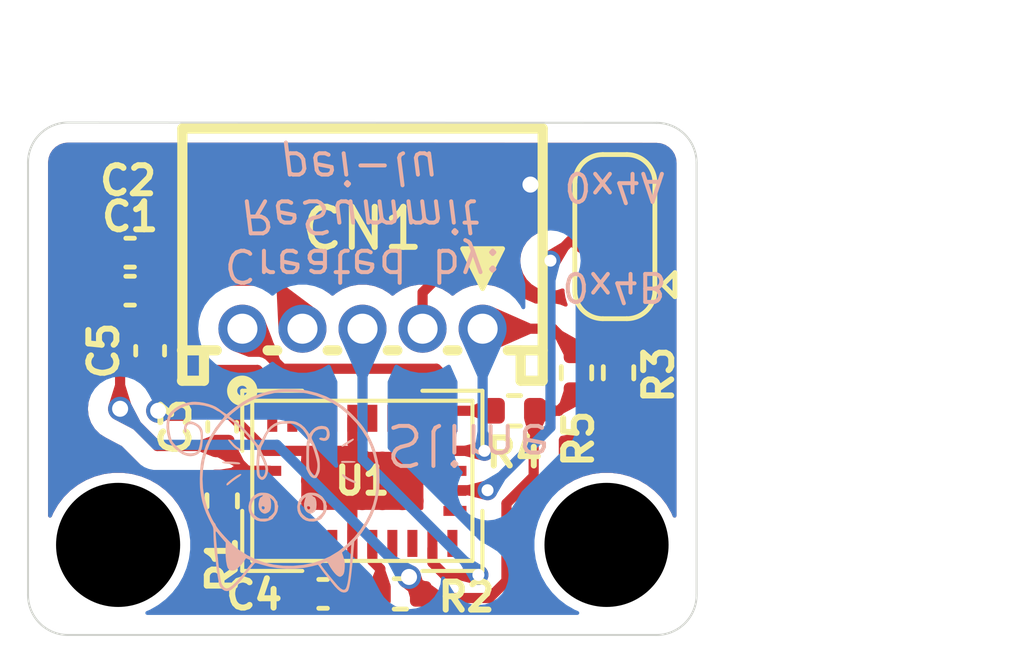
<source format=kicad_pcb>
(kicad_pcb (version 20240108) (generator "pcbnew") (generator_version "8.0")
  (layers (0 "F.Cu" signal) (31 "B.Cu" signal) (34 "B.Paste" user) (35 "F.Paste" user) (36 "B.SilkS" user "B.Silkscreen") (37 "F.SilkS" user "F.Silkscreen") (38 "B.Mask" user) (39 "F.Mask" user) (44 "Edge.Cuts" user))
  (net 0 "")
  (net 1 "GND")
  (net 2 "BNO_SCL")
  (net 3 "BNO_SDA")
  (net 4 "+3.3V")
  (net 5 "BNO_INT2")
  (net 6 "Net-(JP1-A)")
  (net 7 "Net-(JP1-C)")
  (net 8 "Net-(U1-CAP)")
  (net 9 "Net-(U1-VDDIO)")
  (net 10 "Net-(U1-BOOTN)")
  (net 11 "Net-(U1-NRST)")
  (footprint "Capacitor_SMD:C_0402_1005Metric" (layer "F.Cu") (at 105.5 96.95 90)
    (property "Reference" "C3" (at 0 -1.16 270) (layer "F.SilkS") (effects (font (size 0.7 0.7))))
    (property "Value" "0.1uF")
    (pad "1" smd roundrect (at -0.48 0 90) (size 0.56 0.62) (layers "F.Cu" "F.Paste" "F.Mask") (net 4 "+3.3V"))
    (pad "2" smd roundrect (at 0.48 0 90) (size 0.56 0.62) (layers "F.Cu" "F.Paste" "F.Mask") (net 1 "GND"))
  )
  (footprint "Capacitor_SMD:C_0402_1005Metric" (layer "F.Cu") (at 103.2 92.6)
    (property "Reference" "C2" (at -0.05 -1.8 0) (layer "F.SilkS") (effects (font (size 0.7 0.7))))
    (property "Value" "0.1uF")
    (pad "1" smd roundrect (at -0.48 0) (size 0.56 0.62) (layers "F.Cu" "F.Paste" "F.Mask") (net 1 "GND"))
    (pad "2" smd roundrect (at 0.48 0) (size 0.56 0.62) (layers "F.Cu" "F.Paste" "F.Mask") (net 4 "+3.3V"))
  )
  (footprint "Capacitor_SMD:C_0402_1005Metric" (layer "F.Cu") (at 103.7 95.05 90)
    (property "Reference" "C5" (at 0 -1.16 270) (layer "F.SilkS") (effects (font (size 0.7 0.7))))
    (property "Value" "0.1uF")
    (pad "1" smd roundrect (at -0.48 0 90) (size 0.56 0.62) (layers "F.Cu" "F.Paste" "F.Mask") (net 9 "Net-(U1-VDDIO)"))
    (pad "2" smd roundrect (at 0.48 0 90) (size 0.56 0.62) (layers "F.Cu" "F.Paste" "F.Mask") (net 4 "+3.3V"))
  )
  (footprint "Resistor_SMD:R_0402_1005Metric" (layer "F.Cu") (at 109.95 101.12314 180)
    (property "Reference" "R2" (at -1.65 -0.07686 180) (layer "F.SilkS") (effects (font (size 0.7 0.7))))
    (property "Value" "10k")
    (pad "1" smd roundrect (at -0.51 0 180) (size 0.54 0.64) (layers "F.Cu" "F.Paste" "F.Mask") (net 4 "+3.3V"))
    (pad "2" smd roundrect (at 0.51 0 180) (size 0.54 0.64) (layers "F.Cu" "F.Paste" "F.Mask") (net 11 "Net-(U1-NRST)"))
  )
  (footprint "PCM_kikit:NPTH" (layer "F.Cu") (at 115.1 99.9)
    (property "Reference" "REF**" (hide yes))
    (property "Value" "NPTH" (hide yes))
    (pad "" np_thru_hole circle (at 0 0) (size 3.1 3.1) (drill 3.1) (layers "*.Mask"))
  )
  (footprint "Capacitor_SMD:C_0402_1005Metric" (layer "F.Cu") (at 108.02 101.12314 180)
    (property "Reference" "C4" (at 1.72 -0.02686 180) (layer "F.SilkS") (effects (font (size 0.7 0.7))))
    (property "Value" "0.1uF")
    (pad "1" smd roundrect (at -0.48 0 180) (size 0.56 0.62) (layers "F.Cu" "F.Paste" "F.Mask") (net 1 "GND"))
    (pad "2" smd roundrect (at 0.48 0 180) (size 0.56 0.62) (layers "F.Cu" "F.Paste" "F.Mask") (net 8 "Net-(U1-CAP)"))
  )
  (footprint "Jumper:SolderJumper-3_P1.3mm_Open_RoundedPad1.0x1.5mm" (layer "F.Cu") (at 115.3075 92.2 90)
    (property "Reference" "JP1" (hide yes))
    (property "Value" "Jumper_3_Open")
    (pad "1" smd custom (at -1.3 0 90) (size 1 0.5) (layers "F.Cu" "F.Mask") (net 6 "Net-(JP1-A)") (options (clearance outline) (anchor rect)) (primitives (gr_circle (center 0 0.25) (end 0.5 0.25) (width 0) (fill yes)) (gr_circle (center 0 -0.25) (end 0.5 -0.25) (width 0) (fill yes)) (gr_poly (pts (xy 0.55 0.75) (xy 0 0.75) (xy 0 -0.75) (xy 0.55 -0.75)) (width 0) (fill yes))))
    (pad "2" smd rect (at 0 0 90) (size 1 1.5) (layers "F.Cu" "F.Mask") (net 7 "Net-(JP1-C)"))
    (pad "3" smd custom (at 1.3 0 90) (size 1 0.5) (layers "F.Cu" "F.Mask") (net 1 "GND") (options (clearance outline) (anchor rect)) (primitives (gr_circle (center 0 0.25) (end 0.5 0.25) (width 0) (fill yes)) (gr_circle (center 0 -0.25) (end 0.5 -0.25) (width 0) (fill yes)) (gr_poly (pts (xy 0 0.75) (xy -0.55 0.75) (xy -0.55 -0.75) (xy 0 -0.75)) (width 0) (fill yes))))
  )
  (footprint "Resistor_SMD:R_0402_1005Metric" (layer "F.Cu") (at 114.35 95.6 -90)
    (property "Reference" "R5" (at 1.65 -0.05 90) (layer "F.SilkS") (effects (font (size 0.7 0.7))))
    (property "Value" "2.2k")
    (pad "1" smd roundrect (at -0.51 0 270) (size 0.54 0.64) (layers "F.Cu" "F.Paste" "F.Mask") (net 2 "BNO_SCL"))
    (pad "2" smd roundrect (at 0.51 0 270) (size 0.54 0.64) (layers "F.Cu" "F.Paste" "F.Mask") (net 4 "+3.3V"))
  )
  (footprint "Resistor_SMD:R_0402_1005Metric" (layer "F.Cu") (at 115.4 95.6 90)
    (property "Reference" "R3" (at -0.05 1 270) (layer "F.SilkS") (effects (font (size 0.7 0.7))))
    (property "Value" "10k")
    (pad "1" smd roundrect (at -0.51 0 90) (size 0.54 0.64) (layers "F.Cu" "F.Paste" "F.Mask") (net 4 "+3.3V"))
    (pad "2" smd roundrect (at 0.51 0 90) (size 0.54 0.64) (layers "F.Cu" "F.Paste" "F.Mask") (net 6 "Net-(JP1-A)"))
  )
  (footprint "uSlime-libs:CONN-TH_5P-P1.50_X1502WR-05K-N0SN" (layer "F.Cu") (at 109.005 94.5 180)
    (property "Reference" "CN1" (at 0.005 2.5 180) (layer "F.SilkS"))
    (property "Value" "X1502WR-05K-N0SN")
    (pad "1" thru_hole circle (at -3 0 180) (size 1.2 1.2) (drill 0.75) (layers "*.Cu" "*.Mask") (net 2 "BNO_SCL"))
    (pad "2" thru_hole circle (at -1.5 0 180) (size 1.2 1.2) (drill 0.75) (layers "*.Cu" "*.Mask") (net 1 "GND"))
    (pad "3" thru_hole circle (at 0 0 180) (size 1.2 1.2) (drill 0.75) (layers "*.Cu" "*.Mask") (net 5 "BNO_INT2"))
    (pad "4" thru_hole circle (at 1.5 0 180) (size 1.2 1.2) (drill 0.75) (layers "*.Cu" "*.Mask") (net 4 "+3.3V"))
    (pad "5" thru_hole circle (at 3 0 180) (size 1.2 1.2) (drill 0.75) (layers "*.Cu" "*.Mask") (net 3 "BNO_SDA"))
  )
  (footprint "Capacitor_SMD:C_0402_1005Metric" (layer "F.Cu") (at 103.2 93.55)
    (property "Reference" "C1" (at 0 -1.85 0) (layer "F.SilkS") (effects (font (size 0.7 0.7))))
    (property "Value" "0.1uF")
    (pad "1" smd roundrect (at -0.48 0) (size 0.56 0.62) (layers "F.Cu" "F.Paste" "F.Mask") (net 1 "GND"))
    (pad "2" smd roundrect (at 0.48 0) (size 0.56 0.62) (layers "F.Cu" "F.Paste" "F.Mask") (net 4 "+3.3V"))
  )
  (footprint "uSlime-libs:BNO080" (layer "F.Cu") (at 109.00068 98.29999)
    (property "Reference" "U1" (at 0 0 0) (layer "F.SilkS") (effects (font (size 0.65938 0.65938) (thickness 0.1524))))
    (property "Value" "BNO085" (hide yes))
    (pad "1" smd rect (at -2.25004 -1.56243) (size 0.25001 0.67501) (layers "F.Cu" "F.Paste" "F.Mask"))
    (pad "2" smd rect (at -2.31354 -0.74963 270) (size 0.25001 0.57501) (layers "F.Cu" "F.Paste" "F.Mask") (net 1 "GND"))
    (pad "3" smd rect (at -2.31354 -0.24925 270) (size 0.25001 0.57501) (layers "F.Cu" "F.Paste" "F.Mask") (net 4 "+3.3V"))
    (pad "4" smd rect (at -2.31354 0.24986 270) (size 0.25001 0.57501) (layers "F.Cu" "F.Paste" "F.Mask") (net 10 "Net-(U1-BOOTN)"))
    (pad "5" smd rect (at -2.31354 0.75024 270) (size 0.25001 0.57501) (layers "F.Cu" "F.Paste" "F.Mask"))
    (pad "6" smd rect (at -2.25004 1.56304 180) (size 0.25001 0.67501) (layers "F.Cu" "F.Paste" "F.Mask"))
    (pad "7" smd rect (at -1.74966 1.56304 180) (size 0.25001 0.67501) (layers "F.Cu" "F.Paste" "F.Mask"))
    (pad "8" smd rect (at -1.24928 1.56304 180) (size 0.25001 0.67501) (layers "F.Cu" "F.Paste" "F.Mask"))
    (pad "9" smd rect (at -0.75017 1.56304 180) (size 0.25001 0.67501) (layers "F.Cu" "F.Paste" "F.Mask") (net 8 "Net-(U1-CAP)"))
    (pad "10" smd rect (at -0.24979 1.56304 180) (size 0.25001 0.67501) (layers "F.Cu" "F.Paste" "F.Mask") (net 1 "GND"))
    (pad "11" smd rect (at 0.24932 1.56304 180) (size 0.25001 0.67501) (layers "F.Cu" "F.Paste" "F.Mask") (net 11 "Net-(U1-NRST)"))
    (pad "12" smd rect (at 0.7497 1.56304 180) (size 0.25001 0.67501) (layers "F.Cu" "F.Paste" "F.Mask"))
    (pad "13" smd rect (at 1.25008 1.56304 180) (size 0.25001 0.67501) (layers "F.Cu" "F.Paste" "F.Mask"))
    (pad "14" smd rect (at 1.75046 1.56304 180) (size 0.25001 0.67501) (layers "F.Cu" "F.Paste" "F.Mask") (net 5 "BNO_INT2"))
    (pad "15" smd rect (at 2.24957 1.56304 180) (size 0.25001 0.67501) (layers "F.Cu" "F.Paste" "F.Mask"))
    (pad "16" smd rect (at 2.31307 0.75024 90) (size 0.25001 0.57501) (layers "F.Cu" "F.Paste" "F.Mask"))
    (pad "17" smd rect (at 2.31307 0.24986 90) (size 0.25001 0.57501) (layers "F.Cu" "F.Paste" "F.Mask") (net 7 "Net-(JP1-C)"))
    (pad "18" smd rect (at 2.31307 -0.24925 270) (size 0.25001 0.57501) (layers "F.Cu" "F.Paste" "F.Mask") (net 1 "GND"))
    (pad "19" smd rect (at 2.31307 -0.74963 90) (size 0.25001 0.57501) (layers "F.Cu" "F.Paste" "F.Mask") (net 2 "BNO_SCL"))
    (pad "20" smd rect (at 2.24957 -1.56243) (size 0.25001 0.67501) (layers "F.Cu" "F.Paste" "F.Mask") (net 3 "BNO_SDA"))
    (pad "21" smd rect (at 1.75046 -1.56243) (size 0.25001 0.67501) (layers "F.Cu" "F.Paste" "F.Mask"))
    (pad "22" smd rect (at 1.25008 -1.56243) (size 0.25001 0.67501) (layers "F.Cu" "F.Paste" "F.Mask"))
    (pad "23" smd rect (at 0.7497 -1.56243) (size 0.25001 0.67501) (layers "F.Cu" "F.Paste" "F.Mask"))
    (pad "24" smd rect (at 0.24932 -1.56243) (size 0.25001 0.67501) (layers "F.Cu" "F.Paste" "F.Mask"))
    (pad "25" smd rect (at -0.24979 -1.56243) (size 0.25001 0.67501) (layers "F.Cu" "F.Paste" "F.Mask") (net 1 "GND"))
    (pad "26" smd rect (at -0.75017 -1.56243) (size 0.25001 0.67501) (layers "F.Cu" "F.Paste" "F.Mask"))
    (pad "27" smd rect (at -1.24928 -1.56243) (size 0.25001 0.67501) (layers "F.Cu" "F.Paste" "F.Mask"))
    (pad "28" smd rect (at -1.74966 -1.56243) (size 0.25001 0.67501) (layers "F.Cu" "F.Paste" "F.Mask") (net 9 "Net-(U1-VDDIO)"))
  )
  (footprint "Resistor_SMD:R_0402_1005Metric" (layer "F.Cu") (at 112.8 96.55)
    (property "Reference" "R4" (at 0 1.05 0) (layer "F.SilkS") (effects (font (size 0.7 0.7))))
    (property "Value" "2.2k")
    (pad "1" smd roundrect (at -0.51 0) (size 0.54 0.64) (layers "F.Cu" "F.Paste" "F.Mask") (net 3 "BNO_SDA"))
    (pad "2" smd roundrect (at 0.51 0) (size 0.54 0.64) (layers "F.Cu" "F.Paste" "F.Mask") (net 4 "+3.3V"))
  )
  (footprint "Resistor_SMD:R_0402_1005Metric" (layer "F.Cu") (at 105.5 98.8 -90)
    (property "Reference" "R1" (at 1.6 0 90) (layer "F.SilkS") (effects (font (size 0.7 0.7))))
    (property "Value" "10k")
    (pad "1" smd roundrect (at -0.51 0 270) (size 0.54 0.64) (layers "F.Cu" "F.Paste" "F.Mask") (net 4 "+3.3V"))
    (pad "2" smd roundrect (at 0.51 0 270) (size 0.54 0.64) (layers "F.Cu" "F.Paste" "F.Mask") (net 10 "Net-(U1-BOOTN)"))
  )
  (footprint "PCM_kikit:NPTH" (layer "F.Cu") (at 102.9 99.9)
    (property "Reference" "REF**" (hide yes))
    (property "Value" "NPTH" (hide yes))
    (pad "" np_thru_hole circle (at 0 0) (size 3.1 3.1) (drill 3.1) (layers "*.Mask"))
  )
  (footprint "uSlime-libs:uSlime_logo" (layer "B.Cu") (at 107.154758 98.414475)
    (property "Reference" "G***" (hide yes))
    (property "Value" "LOGO" (hide yes))
  )
  (gr_line (start 116.349993 89.357107) (end 101.65 89.35) (stroke (width 0.05)) (layer "Edge.Cuts"))
  (gr_line (start 101.65 102.15) (end 116.35 102.15) (stroke (width 0.05)) (layer "Edge.Cuts"))
  (gr_line (start 117.35 101.15) (end 117.349993 90.357107) (stroke (width 0.05)) (layer "Edge.Cuts"))
  (gr_arc (start 100.65 90.35) (mid 100.942893 89.642893) (end 101.65 89.35) (stroke (width 0.05)) (layer "Edge.Cuts"))
  (gr_line (start 100.65 90.35) (end 100.65 101.15) (stroke (width 0.05)) (layer "Edge.Cuts"))
  (gr_arc (start 101.65 102.15) (mid 100.942893 101.857107) (end 100.65 101.15) (stroke (width 0.05)) (layer "Edge.Cuts"))
  (gr_arc (start 116.349993 89.357107) (mid 117.057102 89.649998) (end 117.349993 90.357107) (stroke (width 0.05)) (layer "Edge.Cuts"))
  (gr_arc (start 117.35 101.15) (mid 117.057107 101.857107) (end 116.35 102.15) (stroke (width 0.05)) (layer "Edge.Cuts"))
  (gr_text "0x4A" (at 115.3 90.95 180) (layer "B.SilkS") (effects (font (size 0.7 0.7) (thickness 0.1)) (justify mirror)))
  (gr_text "0x4B" (at 115.3 93.45 180) (layer "B.SilkS") (effects (font (size 0.7 0.7) (thickness 0.1)) (justify mirror)))
  (gr_text "pei-lu" (at 108.900001 90.949999 180) (layer "B.SilkS") (effects (font (size 0.8 0.8) (thickness 0.1) (italic yes)) (justify top mirror)))
  (gr_text "Slime" (at 109.519373 96.799999 180) (layer "B.SilkS") (effects (font (size 1 1) (thickness 0.1)) (justify left bottom mirror)))
  (gr_text "ReSummit" (at 108.900001 92.149999 180) (layer "B.SilkS") (effects (font (size 0.8 0.8) (thickness 0.1) (italic yes)) (justify top mirror)))
  (gr_text "Created by:" (at 109.000001 92.449999 180) (layer "B.SilkS") (effects (font (size 0.8 0.8) (thickness 0.1)) (justify bottom mirror)))
  (segment (start 106.60036 97.55036) (end 106.68714 97.55036) (width 0.254) (layer "F.Cu") (net 1))
  (segment (start 109.197965 97.802035) (end 108.75089 97.35496) (width 0.254) (layer "F.Cu") (net 1))
  (segment (start 110.505 94.5) (end 110.505 93.595) (width 0.254) (layer "F.Cu") (net 1))
  (segment (start 105.5 96.47) (end 103.98 96.47) (width 0.254) (layer "F.Cu") (net 1))
  (segment (start 108.75089 97.35496) (end 108.75089 96.73756) (width 0.254) (layer "F.Cu") (net 1))
  (segment (start 109.197965 97.802035) (end 108.94629 97.55036) (width 0.254) (layer "F.Cu") (net 1))
  (segment (start 110.505 93.595) (end 113.2 90.9) (width 0.254) (layer "F.Cu") (net 1))
  (segment (start 109.44667 98.05074) (end 109.197965 97.802035) (width 0.254) (layer "F.Cu") (net 1))
  (segment (start 111.31375 98.05074) (end 109.44667 98.05074) (width 0.254) (layer "F.Cu") (net 1))
  (segment (start 105.5 96.47) (end 105.52 96.47) (width 0.254) (layer "F.Cu") (net 1))
  (segment (start 105.52 96.47) (end 106.60036 97.55036) (width 0.254) (layer "F.Cu") (net 1))
  (segment (start 108.75089 99.86303) (end 108.75089 98.74652) (width 0.254) (layer "F.Cu") (net 1))
  (segment (start 108.75089 98.74652) (end 109.44667 98.05074) (width 0.254) (layer "F.Cu") (net 1))
  (segment (start 108.5 101.12314) (end 108.75089 100.87225) (width 0.254) (layer "F.Cu") (net 1))
  (segment (start 103.98 96.47) (end 103.9 96.55) (width 0.254) (layer "F.Cu") (net 1))
  (segment (start 108.94629 97.55036) (end 106.68714 97.55036) (width 0.254) (layer "F.Cu") (net 1))
  (segment (start 115.3075 90.9) (end 113.2 90.9) (width 0.254) (layer "F.Cu") (net 1))
  (segment (start 108.75089 100.87225) (end 108.75089 99.86303) (width 0.254) (layer "F.Cu") (net 1))
  (segment (start 102.72 92.6) (end 102.72 93.55) (width 0.254) (layer "F.Cu") (net 1))
  (via (at 113.2 90.9) (size 0.6) (drill 0.4) (layers "F.Cu" "B.Cu") (net 1))
  (via (at 103.9 96.55) (size 0.6) (drill 0.4) (layers "F.Cu" "B.Cu") (net 1))
  (segment (start 112.04964 97.55036) (end 112.05 97.55) (width 0.254) (layer "F.Cu") (net 2))
  (segment (start 111.31375 97.55036) (end 112.04964 97.55036) (width 0.254) (layer "F.Cu") (net 2))
  (segment (start 113.76 94.5) (end 114.35 95.09) (width 0.254) (layer "F.Cu") (net 2))
  (segment (start 112.005 94.5) (end 113.76 94.5) (width 0.254) (layer "F.Cu") (net 2))
  (via (at 112.05 97.55) (size 0.5) (drill 0.3) (layers "F.Cu" "B.Cu") (net 2))
  (segment (start 112.05 97.55) (end 112.005 97.505) (width 0.254) (layer "B.Cu") (net 2))
  (segment (start 112.005 97.505) (end 112.005 94.5) (width 0.254) (layer "B.Cu") (net 2))
  (segment (start 107.005 95.5) (end 106.005 94.5) (width 0.254) (layer "F.Cu") (net 3))
  (segment (start 111.262 96.55) (end 111.24957 96.53757) (width 0.254) (layer "F.Cu") (net 3))
  (segment (start 110.9794 95.65) (end 110.9794 95.6294) (width 0.254) (layer "F.Cu") (net 3))
  (segment (start 110.9794 95.6294) (end 110.85 95.5) (width 0.254) (layer "F.Cu") (net 3))
  (segment (start 110.85 95.5) (end 107.005 95.5) (width 0.254) (layer "F.Cu") (net 3))
  (segment (start 111.24957 96.53757) (end 111.24957 95.92017) (width 0.254) (layer "F.Cu") (net 3))
  (segment (start 112.29 96.55) (end 111.262 96.55) (width 0.254) (layer "F.Cu") (net 3))
  (segment (start 111.24957 95.92017) (end 110.9794 95.65) (width 0.254) (layer "F.Cu") (net 3))
  (segment (start 102.95 95.29) (end 103.7 94.54) (width 0.254) (layer "F.Cu") (net 4))
  (segment (start 110.56386 101.227) (end 112.173 101.227) (width 0.254) (layer "F.Cu") (net 4))
  (segment (start 114.35 96.11) (end 115.4 96.11) (width 0.254) (layer "F.Cu") (net 4))
  (segment (start 105.83926 98.05074) (end 106.68714 98.05074) (width 0.254) (layer "F.Cu") (net 4))
  (segment (start 102.95 96.5) (end 103.88 97.43) (width 0.254) (layer "F.Cu") (net 4))
  (segment (start 102.95 96.5) (end 102.95 95.29) (width 0.254) (layer "F.Cu") (net 4))
  (segment (start 103.88 97.43) (end 105.5 97.43) (width 0.254) (layer "F.Cu") (net 4))
  (segment (start 105.5 97.43) (end 106.12074 98.05074) (width 0.254) (layer "F.Cu") (net 4))
  (segment (start 113.28 96.58) (end 113.31 96.55) (width 0.254) (layer "F.Cu") (net 4))
  (segment (start 103.7 93.57) (end 103.68 93.55) (width 0.254) (layer "F.Cu") (net 4))
  (segment (start 113.28 98.186002) (end 113.28 96.58) (width 0.254) (layer "F.Cu") (net 4))
  (segment (start 113.31 96.55) (end 113.91 96.55) (width 0.254) (layer "F.Cu") (net 4))
  (segment (start 106.12074 98.05074) (end 106.68714 98.05074) (width 0.254) (layer "F.Cu") (net 4))
  (segment (start 110.166711 100.700536) (end 110.166711 100.829851) (width 0.254) (layer "F.Cu") (net 4))
  (segment (start 112.6 98.866002) (end 113.28 98.186002) (width 0.254) (layer "F.Cu") (net 4))
  (segment (start 103.7 94.54) (end 104.94 93.3) (width 0.254) (layer "F.Cu") (net 4))
  (segment (start 112.173 101.227) (end 112.6 100.8) (width 0.254) (layer "F.Cu") (net 4))
  (segment (start 103.68 92.6) (end 103.68 93.55) (width 0.254) (layer "F.Cu") (net 4))
  (segment (start 110.46 101.12314) (end 110.56386 101.227) (width 0.254) (layer "F.Cu") (net 4))
  (segment (start 107.505 94.055) (end 107.505 94.5) (width 0.254) (layer "F.Cu") (net 4))
  (segment (start 103.7 94.54) (end 103.7 93.57) (width 0.254) (layer "F.Cu") (net 4))
  (segment (start 104.94 93.3) (end 106.75 93.3) (width 0.254) (layer "F.Cu") (net 4))
  (segment (start 106.75 93.3) (end 107.505 94.055) (width 0.254) (layer "F.Cu") (net 4))
  (segment (start 110.166711 100.829851) (end 110.46 101.12314) (width 0.254) (layer "F.Cu") (net 4))
  (segment (start 105.5 98.39) (end 105.83926 98.05074) (width 0.254) (layer "F.Cu") (net 4))
  (segment (start 112.6 100.8) (end 112.6 98.866002) (width 0.254) (layer "F.Cu") (net 4))
  (segment (start 113.91 96.55) (end 114.35 96.11) (width 0.254) (layer "F.Cu") (net 4))
  (via (at 110.166711 100.700536) (size 0.6) (drill 0.4) (layers "F.Cu" "B.Cu") (net 4))
  (via (at 102.95 96.5) (size 0.6) (drill 0.4) (layers "F.Cu" "B.Cu") (net 4))
  (segment (start 102.95 96.5) (end 103.85 97.4) (width 0.254) (layer "B.Cu") (net 4))
  (segment (start 106.866175 97.4) (end 110.166711 100.700536) (width 0.254) (layer "B.Cu") (net 4))
  (segment (start 103.85 97.4) (end 106.866175 97.4) (width 0.254) (layer "B.Cu") (net 4))
  (segment (start 111.9 100.65) (end 111.057324 100.65) (width 0.254) (layer "F.Cu") (net 5))
  (segment (start 110.75114 100.343816) (end 110.75114 99.98618) (width 0.254) (layer "F.Cu") (net 5))
  (segment (start 111.057324 100.65) (end 110.75114 100.343816) (width 0.254) (layer "F.Cu") (net 5))
  (via (at 111.9 100.65) (size 0.5) (drill 0.3) (layers "F.Cu" "B.Cu") (net 5))
  (segment (start 111.9 100.65) (end 109.005 97.755) (width 0.254) (layer "B.Cu") (net 5))
  (segment (start 109.005 97.755) (end 109.005 94.5) (width 0.254) (layer "B.Cu") (net 5))
  (segment (start 115.4 95.09) (end 115.4 93.5925) (width 0.254) (layer "F.Cu") (net 6))
  (segment (start 115.4 93.5925) (end 115.3075 93.5) (width 0.254) (layer "F.Cu") (net 6))
  (segment (start 114.3 92.2) (end 113.7 92.8) (width 0.254) (layer "F.Cu") (net 7))
  (segment (start 111.329191 98.534409) (end 111.31375 98.54985) (width 0.254) (layer "F.Cu") (net 7))
  (segment (start 112.127797 98.534409) (end 111.329191 98.534409) (width 0.254) (layer "F.Cu") (net 7))
  (segment (start 115.3075 92.2) (end 114.3 92.2) (width 0.254) (layer "F.Cu") (net 7))
  (via (at 113.7 92.8) (size 0.5) (drill 0.3) (layers "F.Cu" "B.Cu") (net 7))
  (via (at 112.127797 98.534409) (size 0.5) (drill 0.3) (layers "F.Cu" "B.Cu") (net 7))
  (segment (start 113.7 92.8) (end 113.7 96.962206) (width 0.254) (layer "B.Cu") (net 7))
  (segment (start 113.7 96.962206) (end 112.127797 98.534409) (width 0.254) (layer "B.Cu") (net 7))
  (segment (start 108.25051 99.86303) (end 108.25051 100.398312) (width 0.254) (layer "F.Cu") (net 8))
  (segment (start 107.54 101.108822) (end 107.54 101.12314) (width 0.254) (layer "F.Cu") (net 8))
  (segment (start 108.25051 100.398312) (end 107.54 101.108822) (width 0.254) (layer "F.Cu") (net 8))
  (segment (start 106.38 95.53) (end 106.923055 96.073055) (width 0.254) (layer "F.Cu") (net 9))
  (segment (start 103.7 95.53) (end 106.38 95.53) (width 0.254) (layer "F.Cu") (net 9))
  (segment (start 107.202645 96.073055) (end 107.25102 96.12143) (width 0.254) (layer "F.Cu") (net 9))
  (segment (start 106.923055 96.073055) (end 107.202645 96.073055) (width 0.254) (layer "F.Cu") (net 9))
  (segment (start 107.25102 96.12143) (end 107.25102 96.73756) (width 0.254) (layer "F.Cu") (net 9))
  (segment (start 106.68714 98.54985) (end 106.26015 98.54985) (width 0.254) (layer "F.Cu") (net 10))
  (segment (start 106.26015 98.54985) (end 105.5 99.31) (width 0.254) (layer "F.Cu") (net 10))
  (segment (start 109.45 101.11314) (end 109.44 101.12314) (width 0.254) (layer "F.Cu") (net 11))
  (segment (start 109.25 99.86303) (end 109.25 100.3) (width 0.254) (layer "F.Cu") (net 11))
  (segment (start 109.25 100.3) (end 109.45 100.5) (width 0.254) (layer "F.Cu") (net 11))
  (segment (start 109.45 100.5) (end 109.45 101.11314) (width 0.254) (layer "F.Cu") (net 11))
  (zone (net 1) (net_name "GND") (layers "F&B.Cu") (connect_pads (clearance 0.5)) (min_thickness 0.1) (fill yes (thermal_gap 0.5) (thermal_bridge_width 0.5))
    (polygon (pts (xy 99.95 88.75) (xy 100.05 102.5) (xy 117.95 102.55) (xy 117.85 88.8)))
  )
)
</source>
